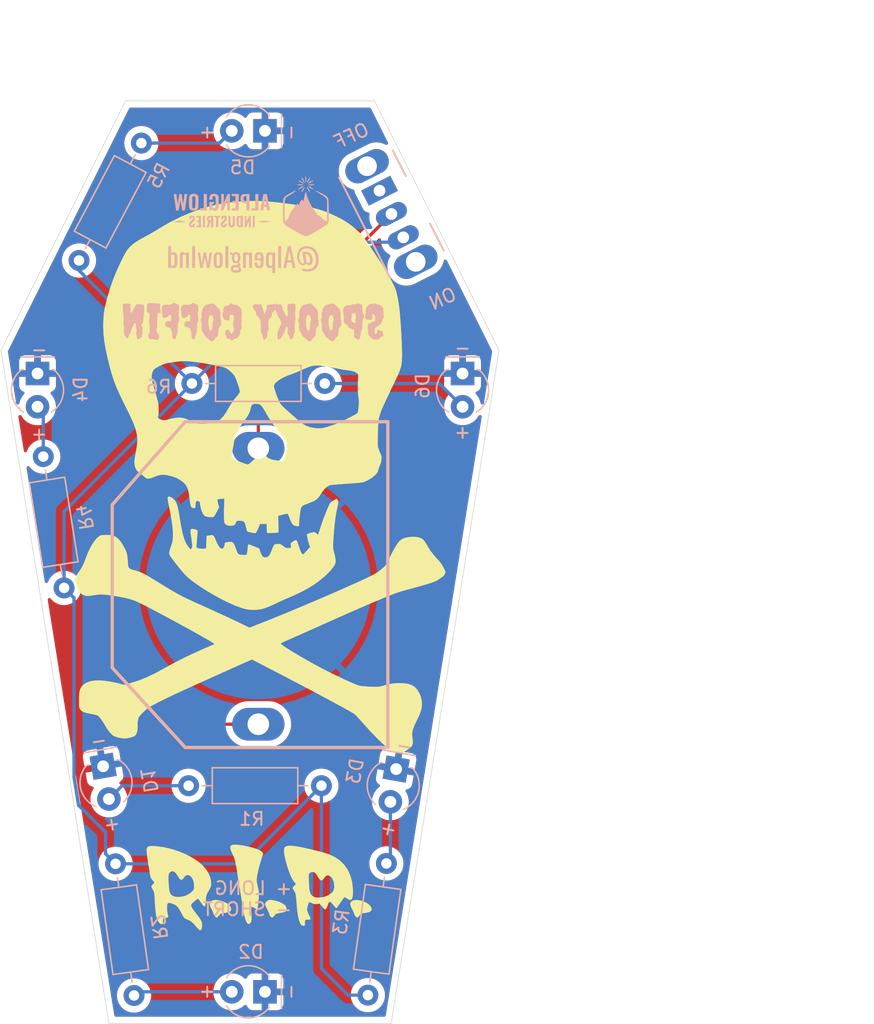
<source format=kicad_pcb>
(kicad_pcb (version 20211014) (generator pcbnew)
  (layers (0 "F.Cu" signal) (31 "B.Cu" signal) (34 "B.Paste" user) (35 "F.Paste" user) (36 "B.SilkS" user "B.Silkscreen") (37 "F.SilkS" user "F.Silkscreen") (38 "B.Mask" user) (39 "F.Mask" user) (44 "Edge.Cuts" user))
  (net 0 "")
  (net 1 "GND")
  (net 2 "VCC")
  (net 3 "/LED")
  (net 4 "Net-(D1-Pad2)")
  (net 5 "Net-(D2-Pad2)")
  (net 6 "Net-(D3-Pad2)")
  (net 7 "Net-(D4-Pad2)")
  (net 8 "Net-(D5-Pad2)")
  (net 9 "Net-(D6-Pad2)")
  (footprint "Halloween:LETTERS" (layer "F.Cu") (at 168.91 103.886)
    (fp_text reference "G***" hide)
    (fp_text value "LOGO" hide)
  )
  (footprint "Halloween:BONES" (layer "F.Cu") (at 167.132 100.838 180)
    (fp_text reference "G***" hide)
    (fp_text value "LOGO" hide)
  )
  (footprint "Halloween:SKULL" (layer "F.Cu") (at 167.386 76.962)
    (fp_text reference "G***" hide)
    (fp_text value "LOGO" hide)
  )
  (footprint "BlinkyBadge:BatteryHolder_MPD_BK888_2032_THRU" (layer "B.Cu") (at 167.64 94.615 90)
    (fp_text reference "BT1" hide)
    (fp_text value "Battery_Cell" hide)
    (pad "1" thru_hole oval locked (at 0 0 90) (size 2.5 4) (drill 1.65) (layers *.Cu *.Mask) (net 2 "VCC"))
    (pad "1" thru_hole oval locked (at 21.082 0 90) (size 2.5 4) (drill 1.65) (layers *.Cu *.Mask) (net 2 "VCC"))
    (pad "2" smd circle locked (at 10.541 0 90) (size 17.272 17.272) (layers "B.Cu" "B.Paste" "B.Mask") (net 1 "GND"))
  )
  (footprint "Alpenglow:LED_D3.0mm" (layer "B.Cu") (at 155.768934 97.828588 -80)
    (fp_text reference "D1" (at 0.573386 -3.251835 -80) (layer "B.SilkS") (effects (justify right mirror)))
    (fp_text value "LED" hide)
    (pad "1" thru_hole rect locked (at 0 0 280) (size 1.8 1.8) (drill 0.9) (layers *.Cu *.Mask) (net 1 "GND"))
    (pad "2" thru_hole circle locked (at 2.54 0 280) (size 1.8 1.8) (drill 0.9) (layers *.Cu *.Mask) (net 4 "Net-(D1-Pad2)"))
  )
  (footprint "Alpenglow:LED_D3.0mm" (layer "B.Cu") (at 168.148 115.062 180)
    (fp_text reference "D2" (at 0 3.048) (layer "B.SilkS") (effects (justify left mirror)))
    (fp_text value "LED" hide)
    (pad "1" thru_hole rect locked (at 0 0 180) (size 1.8 1.8) (drill 0.9) (layers *.Cu *.Mask) (net 1 "GND"))
    (pad "2" thru_hole circle locked (at 2.54 0 180) (size 1.8 1.8) (drill 0.9) (layers *.Cu *.Mask) (net 5 "Net-(D2-Pad2)"))
  )
  (footprint "Alpenglow:LED_D3.0mm" (layer "B.Cu") (at 178.181 98.044 -100)
    (fp_text reference "D3" (at 1.77292 3.060731 -100) (layer "B.SilkS") (effects (justify right mirror)))
    (fp_text value "LED" hide)
    (pad "1" thru_hole rect locked (at 0 0 260) (size 1.8 1.8) (drill 0.9) (layers *.Cu *.Mask) (net 1 "GND"))
    (pad "2" thru_hole circle locked (at 2.54 0 260) (size 1.8 1.8) (drill 0.9) (layers *.Cu *.Mask) (net 6 "Net-(D3-Pad2)"))
  )
  (footprint "Alpenglow:LED_D3.0mm" (layer "B.Cu") (at 150.749 67.818 -90)
    (fp_text reference "D4" (at 2.286 -3.302 -90) (layer "B.SilkS") (effects (justify right mirror)))
    (fp_text value "LED" hide)
    (pad "1" thru_hole rect locked (at 0 0 270) (size 1.8 1.8) (drill 0.9) (layers *.Cu *.Mask) (net 1 "GND"))
    (pad "2" thru_hole circle locked (at 2.54 0 270) (size 1.8 1.8) (drill 0.9) (layers *.Cu *.Mask) (net 7 "Net-(D4-Pad2)"))
  )
  (footprint "Alpenglow:LED_D3.0mm" (layer "B.Cu") (at 168.148 49.276 180)
    (fp_text reference "D5" (at 0.635 -2.794) (layer "B.SilkS") (effects (justify left mirror)))
    (fp_text value "LED" hide)
    (pad "1" thru_hole rect locked (at 0 0 180) (size 1.8 1.8) (drill 0.9) (layers *.Cu *.Mask) (net 1 "GND"))
    (pad "2" thru_hole circle locked (at 2.54 0 180) (size 1.8 1.8) (drill 0.9) (layers *.Cu *.Mask) (net 8 "Net-(D5-Pad2)"))
  )
  (footprint "Alpenglow:LED_D3.0mm" (layer "B.Cu") (at 183.261 67.818 -90)
    (fp_text reference "D6" (at 2.032 3.048 -90) (layer "B.SilkS") (effects (justify right mirror)))
    (fp_text value "LED" hide)
    (pad "1" thru_hole rect locked (at 0 0 270) (size 1.8 1.8) (drill 0.9) (layers *.Cu *.Mask) (net 1 "GND"))
    (pad "2" thru_hole circle locked (at 2.54 0 270) (size 1.8 1.8) (drill 0.9) (layers *.Cu *.Mask) (net 9 "Net-(D6-Pad2)"))
  )
  (footprint "Alpenglow:SW_SPDT_SLIDE_THRU_RTA" (layer "B.Cu") (at 176.911 53.848 -63)
    (fp_text reference "SW1" hide)
    (fp_text value "SW_SPDT")
    (pad "" thru_hole oval (at 6.1 0 297) (size 1.9 3.5) (drill 1.5) (layers *.Cu *.Mask))
    (pad "" thru_hole oval (at -2.1 0 297) (size 1.9 3.5) (drill 1.5) (layers *.Cu *.Mask))
    (pad "1" thru_hole rect (at 0 0 297) (size 1.3 2.5) (drill 0.9) (layers *.Cu *.Mask))
    (pad "2" thru_hole oval (at 2 0 297) (size 1.3 2.5) (drill 0.9) (layers *.Cu *.Mask) (net 2 "VCC"))
    (pad "3" thru_hole oval (at 4 0 297) (size 1.3 2.5) (drill 0.9) (layers *.Cu *.Mask) (net 3 "/LED"))
  )
  (footprint "Resistor_THT:R_Axial_DIN0207_L6.3mm_D2.5mm_P10.16mm_Horizontal" (layer "B.Cu") (at 172.466 99.314 180)
    (fp_text reference "R1" (at 5.334 -2.54) (layer "B.SilkS") (effects (justify mirror)))
    (fp_text value "RES" hide)
    (pad "1" thru_hole circle locked (at 0 0 180) (size 1.6 1.6) (drill 0.8) (layers *.Cu *.Mask) (net 3 "/LED"))
    (pad "2" thru_hole oval locked (at 10.16 0 180) (size 1.6 1.6) (drill 0.8) (layers *.Cu *.Mask) (net 4 "Net-(D1-Pad2)"))
  )
  (footprint "Resistor_THT:R_Axial_DIN0207_L6.3mm_D2.5mm_P10.16mm_Horizontal" (layer "B.Cu") (at 156.718 105.283 -82)
    (fp_text reference "R2" (at 5.238583 -2.598216 -82) (layer "B.SilkS") (effects (justify mirror)))
    (fp_text value "RES" hide)
    (pad "1" thru_hole circle locked (at 0 0 278) (size 1.6 1.6) (drill 0.8) (layers *.Cu *.Mask) (net 3 "/LED"))
    (pad "2" thru_hole oval locked (at 10.16 0 278) (size 1.6 1.6) (drill 0.8) (layers *.Cu *.Mask) (net 5 "Net-(D2-Pad2)"))
  )
  (footprint "Resistor_THT:R_Axial_DIN0207_L6.3mm_D2.5mm_P10.16mm_Horizontal" (layer "B.Cu") (at 176.022 115.316 82)
    (fp_text reference "R3" (at 5.250818 -2.789924 262) (layer "B.SilkS") (effects (justify mirror)))
    (fp_text value "RES" hide)
    (pad "1" thru_hole circle locked (at 0 0 82) (size 1.6 1.6) (drill 0.8) (layers *.Cu *.Mask) (net 3 "/LED"))
    (pad "2" thru_hole oval locked (at 10.16 0 82) (size 1.6 1.6) (drill 0.8) (layers *.Cu *.Mask) (net 6 "Net-(D3-Pad2)"))
  )
  (footprint "Resistor_THT:R_Axial_DIN0207_L6.3mm_D2.5mm_P10.16mm_Horizontal" (layer "B.Cu") (at 152.781 84.201 99)
    (fp_text reference "R4" (at 5.08 2.37 99) (layer "B.SilkS") (effects (justify mirror)))
    (fp_text value "RES" hide)
    (pad "1" thru_hole circle locked (at 0 0 99) (size 1.6 1.6) (drill 0.8) (layers *.Cu *.Mask) (net 3 "/LED"))
    (pad "2" thru_hole oval locked (at 10.16 0 99) (size 1.6 1.6) (drill 0.8) (layers *.Cu *.Mask) (net 7 "Net-(D4-Pad2)"))
  )
  (footprint "Resistor_THT:R_Axial_DIN0207_L6.3mm_D2.5mm_P10.16mm_Horizontal" (layer "B.Cu") (at 153.924 59.182 62)
    (fp_text reference "R5" (at 8.58075 2.341681 62) (layer "B.SilkS") (effects (justify mirror)))
    (fp_text value "RES" hide)
    (pad "1" thru_hole circle locked (at 0 0 62) (size 1.6 1.6) (drill 0.8) (layers *.Cu *.Mask) (net 3 "/LED"))
    (pad "2" thru_hole oval locked (at 10.16 0 62) (size 1.6 1.6) (drill 0.8) (layers *.Cu *.Mask) (net 8 "Net-(D5-Pad2)"))
  )
  (footprint "Resistor_THT:R_Axial_DIN0207_L6.3mm_D2.5mm_P10.16mm_Horizontal" (layer "B.Cu") (at 162.56 68.58)
    (fp_text reference "R6" (at -2.54 0.254) (layer "B.SilkS") (effects (justify mirror)))
    (fp_text value "RES" hide)
    (pad "1" thru_hole circle locked (at 0 0) (size 1.6 1.6) (drill 0.8) (layers *.Cu *.Mask) (net 3 "/LED"))
    (pad "2" thru_hole oval locked (at 10.16 0) (size 1.6 1.6) (drill 0.8) (layers *.Cu *.Mask) (net 9 "Net-(D6-Pad2)"))
  )
  (footprint "Alpenglow:@AlpenglowIndOswald20mm" (layer "B.Cu") (at 166.497 62.063392 180)
    (fp_text reference "G***" hide)
    (fp_text value "LOGO" hide)
  )
  (footprint "Halloween:SPC board name 20x2.9mm" (layer "B.Cu") (at 167.259 63.881 180)
    (fp_text reference "G***" hide)
    (fp_text value "LOGO" hide)
  )
  (footprint "Alpenglow:Alpenglow_Logo_Horiz_5mm" (layer "B.Cu") (at 167.132 55.118 180)
    (fp_text reference "G***" hide)
    (fp_text value "LOGO" hide)
  )
  (gr_line (start 176.53 46.99) (end 157.48 46.99) (layer "Edge.Cuts") (width 0.05))
  (gr_line (start 156.21 117.475) (end 177.8 117.475) (layer "Edge.Cuts") (width 0.05))
  (gr_line (start 147.955 66.04) (end 156.21 117.475) (layer "Edge.Cuts") (width 0.05))
  (gr_line (start 157.48 46.99) (end 147.955 66.04) (layer "Edge.Cuts") (width 0.05))
  (gr_line (start 186.055 66.04) (end 176.53 46.99) (layer "Edge.Cuts") (width 0.05))
  (gr_line (start 177.8 117.475) (end 186.055 66.04) (layer "Edge.Cuts") (width 0.05))
  (gr_text "+\n\n\n\n-" (at 150.876 69.342 180) (layer "B.SilkS") (effects (font (size 1 1)) (justify mirror)))
  (gr_text "+\n\n\n\n-" (at 166.878 49.403 90) (layer "B.SilkS") (effects (font (size 1 1)) (justify mirror)))
  (gr_text "+\n\n\n\n-" (at 178.181 99.568 169) (layer "B.SilkS") (effects (font (size 1 1)) (justify mirror)))
  (gr_text "+\n\n\n\n-" (at 155.956 99.187 189) (layer "B.SilkS") (effects (font (size 1 1)) (justify mirror)))
  (gr_text "+\n\n\n\n-" (at 166.878 115.062 90) (layer "B.SilkS") (effects (font (size 1 1)) (justify mirror)))
  (gr_text "+ LONG\n- SHORT" (at 170.307 107.95) (layer "B.SilkS") (effects (font (size 1 1)) (justify left mirror)))
  (gr_text "+\n\n\n\n-" (at 183.261 69.215 180) (layer "B.SilkS") (effects (font (size 1 1)) (justify mirror)))
  (gr_text "OFF" (at 174.752 49.657 25) (layer "B.SilkS") (effects (font (size 1 1)) (justify mirror)))
  (gr_text "ON" (at 181.737 62.103 25) (layer "B.SilkS") (effects (font (size 1 1)) (justify mirror)))
  (segment (start 156.718 78.486) (end 156.718 89.916) (width 0.254) (layer "F.Cu") (net 2))
  (segment (start 161.671 73.533) (end 156.718 78.486) (width 0.254) (layer "F.Cu") (net 2))
  (segment (start 167.64 65.808994) (end 167.64 73.533) (width 0.25) (layer "F.Cu") (net 2))
  (segment (start 156.718 89.916) (end 161.417 94.615) (width 0.254) (layer "F.Cu") (net 2))
  (segment (start 167.64 73.533) (end 161.671 73.533) (width 0.254) (layer "F.Cu") (net 2))
  (segment (start 161.417 94.615) (end 167.64 94.615) (width 0.254) (layer "F.Cu") (net 2))
  (segment (start 177.818981 55.630013) (end 167.64 65.808994) (width 0.25) (layer "F.Cu") (net 2))
  (segment (start 155.956 102.87) (end 155.956 104.521) (width 0.25) (layer "B.Cu") (net 3))
  (segment (start 173.355 57.785) (end 162.56 68.58) (width 0.25) (layer "B.Cu") (net 3))
  (segment (start 178.353988 57.785) (end 173.355 57.785) (width 0.25) (layer "B.Cu") (net 3))
  (segment (start 166.497 105.283) (end 172.466 99.314) (width 0.25) (layer "B.Cu") (net 3))
  (segment (start 153.542999 98.648796) (end 153.888684 100.802684) (width 0.25) (layer "B.Cu") (net 3))
  (segment (start 176.022 115.316) (end 174.498 115.316) (width 0.25) (layer "B.Cu") (net 3))
  (segment (start 171.958 99.822) (end 172.466 99.314) (width 0.25) (layer "B.Cu") (net 3))
  (segment (start 156.718 105.283) (end 166.497 105.283) (width 0.25) (layer "B.Cu") (net 3))
  (segment (start 152.781 84.201) (end 152.781 78.359) (width 0.25) (layer "B.Cu") (net 3))
  (segment (start 153.924 59.944) (end 153.924 59.182) (width 0.25) (layer "B.Cu") (net 3))
  (segment (start 174.498 115.316) (end 172.466 113.284) (width 0.25) (layer "B.Cu") (net 3))
  (segment (start 153.888684 100.802684) (end 155.956 102.87) (width 0.25) (layer "B.Cu") (net 3))
  (segment (start 152.781 78.359) (end 162.56 68.58) (width 0.25) (layer "B.Cu") (net 3))
  (segment (start 155.956 104.521) (end 156.718 105.283) (width 0.25) (layer "B.Cu") (net 3))
  (segment (start 162.56 68.58) (end 153.924 59.944) (width 0.25) (layer "B.Cu") (net 3))
  (segment (start 153.543 84.963) (end 153.542999 98.648796) (width 0.25) (layer "B.Cu") (net 3))
  (segment (start 152.781 84.201) (end 153.543 84.963) (width 0.25) (layer "B.Cu") (net 3))
  (segment (start 178.726962 57.412026) (end 178.353988 57.785) (width 0.25) (layer "B.Cu") (net 3))
  (segment (start 172.466 113.284) (end 172.466 99.314) (width 0.25) (layer "B.Cu") (net 3))
  (segment (start 162.306 99.314) (end 157.226 99.314) (width 0.25) (layer "B.Cu") (net 4))
  (segment (start 157.226 99.314) (end 156.21 100.33) (width 0.25) (layer "B.Cu") (net 4))
  (segment (start 165.608 115.062) (end 158.414123 115.062) (width 0.25) (layer "B.Cu") (net 5))
  (segment (start 158.414123 115.062) (end 158.131999 115.344124) (width 0.25) (layer "B.Cu") (net 5))
  (segment (start 177.292 104.602877) (end 177.435999 104.746876) (width 0.25) (layer "B.Cu") (net 6))
  (segment (start 177.739934 104.950941) (end 177.435999 105.254876) (width 0.25) (layer "B.Cu") (net 6))
  (segment (start 177.88703 104.803845) (end 177.435999 105.254876) (width 0.254) (layer "B.Cu") (net 6))
  (segment (start 177.739934 100.545412) (end 177.739934 104.950941) (width 0.25) (layer "B.Cu") (net 6))
  (segment (start 151.191626 70.800626) (end 150.749 70.358) (width 0.25) (layer "B.Cu") (net 7))
  (segment (start 151.191626 74.166086) (end 151.191626 70.800626) (width 0.25) (layer "B.Cu") (net 7))
  (segment (start 158.693831 50.211252) (end 164.672748 50.211252) (width 0.25) (layer "B.Cu") (net 8))
  (segment (start 164.672748 50.211252) (end 165.608 49.276) (width 0.25) (layer "B.Cu") (net 8))
  (segment (start 172.72 68.58) (end 181.483 68.58) (width 0.25) (layer "B.Cu") (net 9))
  (segment (start 181.483 68.58) (end 183.261 70.358) (width 0.25) (layer "B.Cu") (net 9))
  (zone (net 1) (net_name "GND") (layer "F.Cu") (connect_pads (clearance 0.508)) (min_thickness 0.254) (fill yes (thermal_gap 0.508) (thermal_bridge_width 0.508))
    (polygon (pts (xy 186.055 66.04) (xy 177.8 117.475) (xy 156.21 117.475) (xy 147.955 66.04) (xy 157.48 46.99) (xy 176.53 46.99)))
  )
  (zone (net 1) (net_name "GND") (layer "B.Cu") (connect_pads (clearance 0.508)) (min_thickness 0.254) (fill yes (thermal_gap 0.508) (thermal_bridge_width 0.508))
    (polygon (pts (xy 186.055 66.04) (xy 177.8 117.475) (xy 156.21 117.475) (xy 147.955 66.04) (xy 157.48 46.99) (xy 176.53 46.99)))
  )
)
</source>
